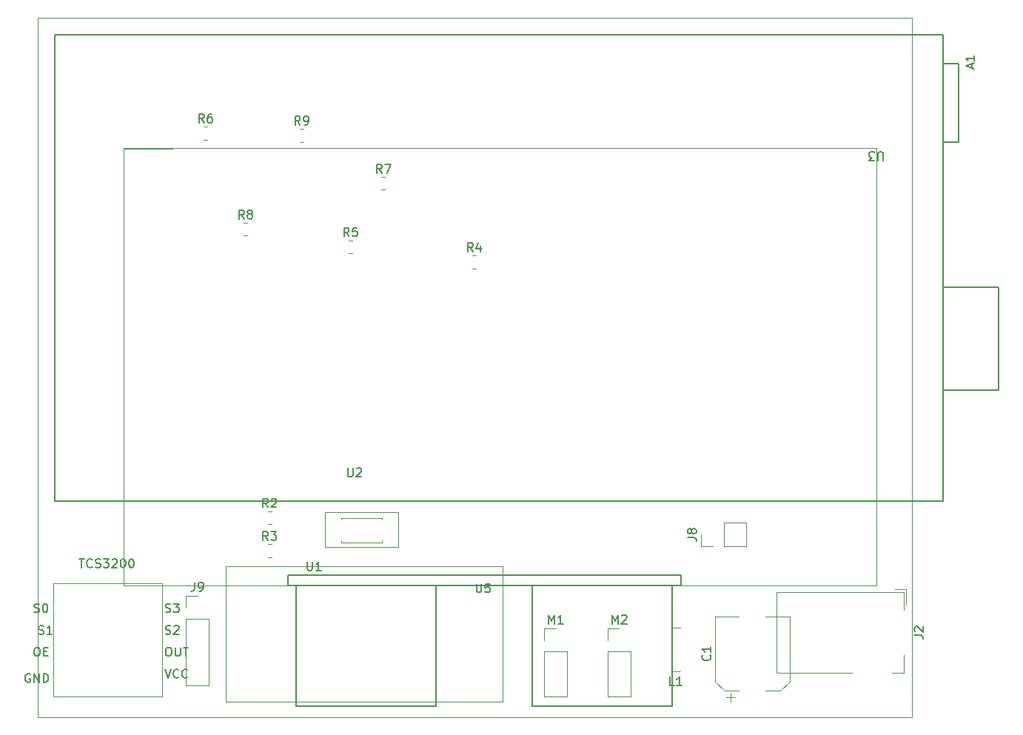
<source format=gbr>
%TF.GenerationSoftware,KiCad,Pcbnew,8.0.2*%
%TF.CreationDate,2024-05-11T13:38:57+03:00*%
%TF.ProjectId,diplomna-shema,6469706c-6f6d-46e6-912d-7368656d612e,rev?*%
%TF.SameCoordinates,Original*%
%TF.FileFunction,Legend,Top*%
%TF.FilePolarity,Positive*%
%FSLAX46Y46*%
G04 Gerber Fmt 4.6, Leading zero omitted, Abs format (unit mm)*
G04 Created by KiCad (PCBNEW 8.0.2) date 2024-05-11 13:38:57*
%MOMM*%
%LPD*%
G01*
G04 APERTURE LIST*
%ADD10C,0.150000*%
%ADD11C,0.120000*%
%ADD12C,0.127000*%
%TA.AperFunction,Profile*%
%ADD13C,0.100000*%
%TD*%
G04 APERTURE END LIST*
D10*
X122891904Y-38645180D02*
X122891904Y-37835657D01*
X122891904Y-37835657D02*
X122844285Y-37740419D01*
X122844285Y-37740419D02*
X122796666Y-37692800D01*
X122796666Y-37692800D02*
X122701428Y-37645180D01*
X122701428Y-37645180D02*
X122510952Y-37645180D01*
X122510952Y-37645180D02*
X122415714Y-37692800D01*
X122415714Y-37692800D02*
X122368095Y-37740419D01*
X122368095Y-37740419D02*
X122320476Y-37835657D01*
X122320476Y-37835657D02*
X122320476Y-38645180D01*
X121939523Y-38645180D02*
X121320476Y-38645180D01*
X121320476Y-38645180D02*
X121653809Y-38264228D01*
X121653809Y-38264228D02*
X121510952Y-38264228D01*
X121510952Y-38264228D02*
X121415714Y-38216609D01*
X121415714Y-38216609D02*
X121368095Y-38168990D01*
X121368095Y-38168990D02*
X121320476Y-38073752D01*
X121320476Y-38073752D02*
X121320476Y-37835657D01*
X121320476Y-37835657D02*
X121368095Y-37740419D01*
X121368095Y-37740419D02*
X121415714Y-37692800D01*
X121415714Y-37692800D02*
X121510952Y-37645180D01*
X121510952Y-37645180D02*
X121796666Y-37645180D01*
X121796666Y-37645180D02*
X121891904Y-37692800D01*
X121891904Y-37692800D02*
X121939523Y-37740419D01*
X61688095Y-73799819D02*
X61688095Y-74609342D01*
X61688095Y-74609342D02*
X61735714Y-74704580D01*
X61735714Y-74704580D02*
X61783333Y-74752200D01*
X61783333Y-74752200D02*
X61878571Y-74799819D01*
X61878571Y-74799819D02*
X62069047Y-74799819D01*
X62069047Y-74799819D02*
X62164285Y-74752200D01*
X62164285Y-74752200D02*
X62211904Y-74704580D01*
X62211904Y-74704580D02*
X62259523Y-74609342D01*
X62259523Y-74609342D02*
X62259523Y-73799819D01*
X62688095Y-73895057D02*
X62735714Y-73847438D01*
X62735714Y-73847438D02*
X62830952Y-73799819D01*
X62830952Y-73799819D02*
X63069047Y-73799819D01*
X63069047Y-73799819D02*
X63164285Y-73847438D01*
X63164285Y-73847438D02*
X63211904Y-73895057D01*
X63211904Y-73895057D02*
X63259523Y-73990295D01*
X63259523Y-73990295D02*
X63259523Y-74085533D01*
X63259523Y-74085533D02*
X63211904Y-74228390D01*
X63211904Y-74228390D02*
X62640476Y-74799819D01*
X62640476Y-74799819D02*
X63259523Y-74799819D01*
X57062649Y-84521249D02*
X57062649Y-85331194D01*
X57062649Y-85331194D02*
X57110292Y-85426482D01*
X57110292Y-85426482D02*
X57157936Y-85474126D01*
X57157936Y-85474126D02*
X57253224Y-85521769D01*
X57253224Y-85521769D02*
X57443799Y-85521769D01*
X57443799Y-85521769D02*
X57539087Y-85474126D01*
X57539087Y-85474126D02*
X57586730Y-85426482D01*
X57586730Y-85426482D02*
X57634374Y-85331194D01*
X57634374Y-85331194D02*
X57634374Y-84521249D01*
X58634894Y-85521769D02*
X58063169Y-85521769D01*
X58349032Y-85521769D02*
X58349032Y-84521249D01*
X58349032Y-84521249D02*
X58253744Y-84664181D01*
X58253744Y-84664181D02*
X58158456Y-84759468D01*
X58158456Y-84759468D02*
X58063169Y-84807112D01*
X44166666Y-86884819D02*
X44166666Y-87599104D01*
X44166666Y-87599104D02*
X44119047Y-87741961D01*
X44119047Y-87741961D02*
X44023809Y-87837200D01*
X44023809Y-87837200D02*
X43880952Y-87884819D01*
X43880952Y-87884819D02*
X43785714Y-87884819D01*
X44690476Y-87884819D02*
X44880952Y-87884819D01*
X44880952Y-87884819D02*
X44976190Y-87837200D01*
X44976190Y-87837200D02*
X45023809Y-87789580D01*
X45023809Y-87789580D02*
X45119047Y-87646723D01*
X45119047Y-87646723D02*
X45166666Y-87456247D01*
X45166666Y-87456247D02*
X45166666Y-87075295D01*
X45166666Y-87075295D02*
X45119047Y-86980057D01*
X45119047Y-86980057D02*
X45071428Y-86932438D01*
X45071428Y-86932438D02*
X44976190Y-86884819D01*
X44976190Y-86884819D02*
X44785714Y-86884819D01*
X44785714Y-86884819D02*
X44690476Y-86932438D01*
X44690476Y-86932438D02*
X44642857Y-86980057D01*
X44642857Y-86980057D02*
X44595238Y-87075295D01*
X44595238Y-87075295D02*
X44595238Y-87313390D01*
X44595238Y-87313390D02*
X44642857Y-87408628D01*
X44642857Y-87408628D02*
X44690476Y-87456247D01*
X44690476Y-87456247D02*
X44785714Y-87503866D01*
X44785714Y-87503866D02*
X44976190Y-87503866D01*
X44976190Y-87503866D02*
X45071428Y-87456247D01*
X45071428Y-87456247D02*
X45119047Y-87408628D01*
X45119047Y-87408628D02*
X45166666Y-87313390D01*
X30983333Y-84194819D02*
X31554761Y-84194819D01*
X31269047Y-85194819D02*
X31269047Y-84194819D01*
X32459523Y-85099580D02*
X32411904Y-85147200D01*
X32411904Y-85147200D02*
X32269047Y-85194819D01*
X32269047Y-85194819D02*
X32173809Y-85194819D01*
X32173809Y-85194819D02*
X32030952Y-85147200D01*
X32030952Y-85147200D02*
X31935714Y-85051961D01*
X31935714Y-85051961D02*
X31888095Y-84956723D01*
X31888095Y-84956723D02*
X31840476Y-84766247D01*
X31840476Y-84766247D02*
X31840476Y-84623390D01*
X31840476Y-84623390D02*
X31888095Y-84432914D01*
X31888095Y-84432914D02*
X31935714Y-84337676D01*
X31935714Y-84337676D02*
X32030952Y-84242438D01*
X32030952Y-84242438D02*
X32173809Y-84194819D01*
X32173809Y-84194819D02*
X32269047Y-84194819D01*
X32269047Y-84194819D02*
X32411904Y-84242438D01*
X32411904Y-84242438D02*
X32459523Y-84290057D01*
X32840476Y-85147200D02*
X32983333Y-85194819D01*
X32983333Y-85194819D02*
X33221428Y-85194819D01*
X33221428Y-85194819D02*
X33316666Y-85147200D01*
X33316666Y-85147200D02*
X33364285Y-85099580D01*
X33364285Y-85099580D02*
X33411904Y-85004342D01*
X33411904Y-85004342D02*
X33411904Y-84909104D01*
X33411904Y-84909104D02*
X33364285Y-84813866D01*
X33364285Y-84813866D02*
X33316666Y-84766247D01*
X33316666Y-84766247D02*
X33221428Y-84718628D01*
X33221428Y-84718628D02*
X33030952Y-84671009D01*
X33030952Y-84671009D02*
X32935714Y-84623390D01*
X32935714Y-84623390D02*
X32888095Y-84575771D01*
X32888095Y-84575771D02*
X32840476Y-84480533D01*
X32840476Y-84480533D02*
X32840476Y-84385295D01*
X32840476Y-84385295D02*
X32888095Y-84290057D01*
X32888095Y-84290057D02*
X32935714Y-84242438D01*
X32935714Y-84242438D02*
X33030952Y-84194819D01*
X33030952Y-84194819D02*
X33269047Y-84194819D01*
X33269047Y-84194819D02*
X33411904Y-84242438D01*
X33745238Y-84194819D02*
X34364285Y-84194819D01*
X34364285Y-84194819D02*
X34030952Y-84575771D01*
X34030952Y-84575771D02*
X34173809Y-84575771D01*
X34173809Y-84575771D02*
X34269047Y-84623390D01*
X34269047Y-84623390D02*
X34316666Y-84671009D01*
X34316666Y-84671009D02*
X34364285Y-84766247D01*
X34364285Y-84766247D02*
X34364285Y-85004342D01*
X34364285Y-85004342D02*
X34316666Y-85099580D01*
X34316666Y-85099580D02*
X34269047Y-85147200D01*
X34269047Y-85147200D02*
X34173809Y-85194819D01*
X34173809Y-85194819D02*
X33888095Y-85194819D01*
X33888095Y-85194819D02*
X33792857Y-85147200D01*
X33792857Y-85147200D02*
X33745238Y-85099580D01*
X34745238Y-84290057D02*
X34792857Y-84242438D01*
X34792857Y-84242438D02*
X34888095Y-84194819D01*
X34888095Y-84194819D02*
X35126190Y-84194819D01*
X35126190Y-84194819D02*
X35221428Y-84242438D01*
X35221428Y-84242438D02*
X35269047Y-84290057D01*
X35269047Y-84290057D02*
X35316666Y-84385295D01*
X35316666Y-84385295D02*
X35316666Y-84480533D01*
X35316666Y-84480533D02*
X35269047Y-84623390D01*
X35269047Y-84623390D02*
X34697619Y-85194819D01*
X34697619Y-85194819D02*
X35316666Y-85194819D01*
X35935714Y-84194819D02*
X36030952Y-84194819D01*
X36030952Y-84194819D02*
X36126190Y-84242438D01*
X36126190Y-84242438D02*
X36173809Y-84290057D01*
X36173809Y-84290057D02*
X36221428Y-84385295D01*
X36221428Y-84385295D02*
X36269047Y-84575771D01*
X36269047Y-84575771D02*
X36269047Y-84813866D01*
X36269047Y-84813866D02*
X36221428Y-85004342D01*
X36221428Y-85004342D02*
X36173809Y-85099580D01*
X36173809Y-85099580D02*
X36126190Y-85147200D01*
X36126190Y-85147200D02*
X36030952Y-85194819D01*
X36030952Y-85194819D02*
X35935714Y-85194819D01*
X35935714Y-85194819D02*
X35840476Y-85147200D01*
X35840476Y-85147200D02*
X35792857Y-85099580D01*
X35792857Y-85099580D02*
X35745238Y-85004342D01*
X35745238Y-85004342D02*
X35697619Y-84813866D01*
X35697619Y-84813866D02*
X35697619Y-84575771D01*
X35697619Y-84575771D02*
X35745238Y-84385295D01*
X35745238Y-84385295D02*
X35792857Y-84290057D01*
X35792857Y-84290057D02*
X35840476Y-84242438D01*
X35840476Y-84242438D02*
X35935714Y-84194819D01*
X36888095Y-84194819D02*
X36983333Y-84194819D01*
X36983333Y-84194819D02*
X37078571Y-84242438D01*
X37078571Y-84242438D02*
X37126190Y-84290057D01*
X37126190Y-84290057D02*
X37173809Y-84385295D01*
X37173809Y-84385295D02*
X37221428Y-84575771D01*
X37221428Y-84575771D02*
X37221428Y-84813866D01*
X37221428Y-84813866D02*
X37173809Y-85004342D01*
X37173809Y-85004342D02*
X37126190Y-85099580D01*
X37126190Y-85099580D02*
X37078571Y-85147200D01*
X37078571Y-85147200D02*
X36983333Y-85194819D01*
X36983333Y-85194819D02*
X36888095Y-85194819D01*
X36888095Y-85194819D02*
X36792857Y-85147200D01*
X36792857Y-85147200D02*
X36745238Y-85099580D01*
X36745238Y-85099580D02*
X36697619Y-85004342D01*
X36697619Y-85004342D02*
X36650000Y-84813866D01*
X36650000Y-84813866D02*
X36650000Y-84575771D01*
X36650000Y-84575771D02*
X36697619Y-84385295D01*
X36697619Y-84385295D02*
X36745238Y-84290057D01*
X36745238Y-84290057D02*
X36792857Y-84242438D01*
X36792857Y-84242438D02*
X36888095Y-84194819D01*
X40776667Y-96814819D02*
X41110000Y-97814819D01*
X41110000Y-97814819D02*
X41443333Y-96814819D01*
X42348095Y-97719580D02*
X42300476Y-97767200D01*
X42300476Y-97767200D02*
X42157619Y-97814819D01*
X42157619Y-97814819D02*
X42062381Y-97814819D01*
X42062381Y-97814819D02*
X41919524Y-97767200D01*
X41919524Y-97767200D02*
X41824286Y-97671961D01*
X41824286Y-97671961D02*
X41776667Y-97576723D01*
X41776667Y-97576723D02*
X41729048Y-97386247D01*
X41729048Y-97386247D02*
X41729048Y-97243390D01*
X41729048Y-97243390D02*
X41776667Y-97052914D01*
X41776667Y-97052914D02*
X41824286Y-96957676D01*
X41824286Y-96957676D02*
X41919524Y-96862438D01*
X41919524Y-96862438D02*
X42062381Y-96814819D01*
X42062381Y-96814819D02*
X42157619Y-96814819D01*
X42157619Y-96814819D02*
X42300476Y-96862438D01*
X42300476Y-96862438D02*
X42348095Y-96910057D01*
X43348095Y-97719580D02*
X43300476Y-97767200D01*
X43300476Y-97767200D02*
X43157619Y-97814819D01*
X43157619Y-97814819D02*
X43062381Y-97814819D01*
X43062381Y-97814819D02*
X42919524Y-97767200D01*
X42919524Y-97767200D02*
X42824286Y-97671961D01*
X42824286Y-97671961D02*
X42776667Y-97576723D01*
X42776667Y-97576723D02*
X42729048Y-97386247D01*
X42729048Y-97386247D02*
X42729048Y-97243390D01*
X42729048Y-97243390D02*
X42776667Y-97052914D01*
X42776667Y-97052914D02*
X42824286Y-96957676D01*
X42824286Y-96957676D02*
X42919524Y-96862438D01*
X42919524Y-96862438D02*
X43062381Y-96814819D01*
X43062381Y-96814819D02*
X43157619Y-96814819D01*
X43157619Y-96814819D02*
X43300476Y-96862438D01*
X43300476Y-96862438D02*
X43348095Y-96910057D01*
X25348095Y-97362438D02*
X25252857Y-97314819D01*
X25252857Y-97314819D02*
X25110000Y-97314819D01*
X25110000Y-97314819D02*
X24967143Y-97362438D01*
X24967143Y-97362438D02*
X24871905Y-97457676D01*
X24871905Y-97457676D02*
X24824286Y-97552914D01*
X24824286Y-97552914D02*
X24776667Y-97743390D01*
X24776667Y-97743390D02*
X24776667Y-97886247D01*
X24776667Y-97886247D02*
X24824286Y-98076723D01*
X24824286Y-98076723D02*
X24871905Y-98171961D01*
X24871905Y-98171961D02*
X24967143Y-98267200D01*
X24967143Y-98267200D02*
X25110000Y-98314819D01*
X25110000Y-98314819D02*
X25205238Y-98314819D01*
X25205238Y-98314819D02*
X25348095Y-98267200D01*
X25348095Y-98267200D02*
X25395714Y-98219580D01*
X25395714Y-98219580D02*
X25395714Y-97886247D01*
X25395714Y-97886247D02*
X25205238Y-97886247D01*
X25824286Y-98314819D02*
X25824286Y-97314819D01*
X25824286Y-97314819D02*
X26395714Y-98314819D01*
X26395714Y-98314819D02*
X26395714Y-97314819D01*
X26871905Y-98314819D02*
X26871905Y-97314819D01*
X26871905Y-97314819D02*
X27110000Y-97314819D01*
X27110000Y-97314819D02*
X27252857Y-97362438D01*
X27252857Y-97362438D02*
X27348095Y-97457676D01*
X27348095Y-97457676D02*
X27395714Y-97552914D01*
X27395714Y-97552914D02*
X27443333Y-97743390D01*
X27443333Y-97743390D02*
X27443333Y-97886247D01*
X27443333Y-97886247D02*
X27395714Y-98076723D01*
X27395714Y-98076723D02*
X27348095Y-98171961D01*
X27348095Y-98171961D02*
X27252857Y-98267200D01*
X27252857Y-98267200D02*
X27110000Y-98314819D01*
X27110000Y-98314819D02*
X26871905Y-98314819D01*
X41110000Y-94314819D02*
X41300476Y-94314819D01*
X41300476Y-94314819D02*
X41395714Y-94362438D01*
X41395714Y-94362438D02*
X41490952Y-94457676D01*
X41490952Y-94457676D02*
X41538571Y-94648152D01*
X41538571Y-94648152D02*
X41538571Y-94981485D01*
X41538571Y-94981485D02*
X41490952Y-95171961D01*
X41490952Y-95171961D02*
X41395714Y-95267200D01*
X41395714Y-95267200D02*
X41300476Y-95314819D01*
X41300476Y-95314819D02*
X41110000Y-95314819D01*
X41110000Y-95314819D02*
X41014762Y-95267200D01*
X41014762Y-95267200D02*
X40919524Y-95171961D01*
X40919524Y-95171961D02*
X40871905Y-94981485D01*
X40871905Y-94981485D02*
X40871905Y-94648152D01*
X40871905Y-94648152D02*
X40919524Y-94457676D01*
X40919524Y-94457676D02*
X41014762Y-94362438D01*
X41014762Y-94362438D02*
X41110000Y-94314819D01*
X41967143Y-94314819D02*
X41967143Y-95124342D01*
X41967143Y-95124342D02*
X42014762Y-95219580D01*
X42014762Y-95219580D02*
X42062381Y-95267200D01*
X42062381Y-95267200D02*
X42157619Y-95314819D01*
X42157619Y-95314819D02*
X42348095Y-95314819D01*
X42348095Y-95314819D02*
X42443333Y-95267200D01*
X42443333Y-95267200D02*
X42490952Y-95219580D01*
X42490952Y-95219580D02*
X42538571Y-95124342D01*
X42538571Y-95124342D02*
X42538571Y-94314819D01*
X42871905Y-94314819D02*
X43443333Y-94314819D01*
X43157619Y-95314819D02*
X43157619Y-94314819D01*
X40848095Y-92767200D02*
X40990952Y-92814819D01*
X40990952Y-92814819D02*
X41229047Y-92814819D01*
X41229047Y-92814819D02*
X41324285Y-92767200D01*
X41324285Y-92767200D02*
X41371904Y-92719580D01*
X41371904Y-92719580D02*
X41419523Y-92624342D01*
X41419523Y-92624342D02*
X41419523Y-92529104D01*
X41419523Y-92529104D02*
X41371904Y-92433866D01*
X41371904Y-92433866D02*
X41324285Y-92386247D01*
X41324285Y-92386247D02*
X41229047Y-92338628D01*
X41229047Y-92338628D02*
X41038571Y-92291009D01*
X41038571Y-92291009D02*
X40943333Y-92243390D01*
X40943333Y-92243390D02*
X40895714Y-92195771D01*
X40895714Y-92195771D02*
X40848095Y-92100533D01*
X40848095Y-92100533D02*
X40848095Y-92005295D01*
X40848095Y-92005295D02*
X40895714Y-91910057D01*
X40895714Y-91910057D02*
X40943333Y-91862438D01*
X40943333Y-91862438D02*
X41038571Y-91814819D01*
X41038571Y-91814819D02*
X41276666Y-91814819D01*
X41276666Y-91814819D02*
X41419523Y-91862438D01*
X41800476Y-91910057D02*
X41848095Y-91862438D01*
X41848095Y-91862438D02*
X41943333Y-91814819D01*
X41943333Y-91814819D02*
X42181428Y-91814819D01*
X42181428Y-91814819D02*
X42276666Y-91862438D01*
X42276666Y-91862438D02*
X42324285Y-91910057D01*
X42324285Y-91910057D02*
X42371904Y-92005295D01*
X42371904Y-92005295D02*
X42371904Y-92100533D01*
X42371904Y-92100533D02*
X42324285Y-92243390D01*
X42324285Y-92243390D02*
X41752857Y-92814819D01*
X41752857Y-92814819D02*
X42371904Y-92814819D01*
X26062381Y-94314819D02*
X26252857Y-94314819D01*
X26252857Y-94314819D02*
X26348095Y-94362438D01*
X26348095Y-94362438D02*
X26443333Y-94457676D01*
X26443333Y-94457676D02*
X26490952Y-94648152D01*
X26490952Y-94648152D02*
X26490952Y-94981485D01*
X26490952Y-94981485D02*
X26443333Y-95171961D01*
X26443333Y-95171961D02*
X26348095Y-95267200D01*
X26348095Y-95267200D02*
X26252857Y-95314819D01*
X26252857Y-95314819D02*
X26062381Y-95314819D01*
X26062381Y-95314819D02*
X25967143Y-95267200D01*
X25967143Y-95267200D02*
X25871905Y-95171961D01*
X25871905Y-95171961D02*
X25824286Y-94981485D01*
X25824286Y-94981485D02*
X25824286Y-94648152D01*
X25824286Y-94648152D02*
X25871905Y-94457676D01*
X25871905Y-94457676D02*
X25967143Y-94362438D01*
X25967143Y-94362438D02*
X26062381Y-94314819D01*
X26919524Y-94791009D02*
X27252857Y-94791009D01*
X27395714Y-95314819D02*
X26919524Y-95314819D01*
X26919524Y-95314819D02*
X26919524Y-94314819D01*
X26919524Y-94314819D02*
X27395714Y-94314819D01*
X40848095Y-90267200D02*
X40990952Y-90314819D01*
X40990952Y-90314819D02*
X41229047Y-90314819D01*
X41229047Y-90314819D02*
X41324285Y-90267200D01*
X41324285Y-90267200D02*
X41371904Y-90219580D01*
X41371904Y-90219580D02*
X41419523Y-90124342D01*
X41419523Y-90124342D02*
X41419523Y-90029104D01*
X41419523Y-90029104D02*
X41371904Y-89933866D01*
X41371904Y-89933866D02*
X41324285Y-89886247D01*
X41324285Y-89886247D02*
X41229047Y-89838628D01*
X41229047Y-89838628D02*
X41038571Y-89791009D01*
X41038571Y-89791009D02*
X40943333Y-89743390D01*
X40943333Y-89743390D02*
X40895714Y-89695771D01*
X40895714Y-89695771D02*
X40848095Y-89600533D01*
X40848095Y-89600533D02*
X40848095Y-89505295D01*
X40848095Y-89505295D02*
X40895714Y-89410057D01*
X40895714Y-89410057D02*
X40943333Y-89362438D01*
X40943333Y-89362438D02*
X41038571Y-89314819D01*
X41038571Y-89314819D02*
X41276666Y-89314819D01*
X41276666Y-89314819D02*
X41419523Y-89362438D01*
X41752857Y-89314819D02*
X42371904Y-89314819D01*
X42371904Y-89314819D02*
X42038571Y-89695771D01*
X42038571Y-89695771D02*
X42181428Y-89695771D01*
X42181428Y-89695771D02*
X42276666Y-89743390D01*
X42276666Y-89743390D02*
X42324285Y-89791009D01*
X42324285Y-89791009D02*
X42371904Y-89886247D01*
X42371904Y-89886247D02*
X42371904Y-90124342D01*
X42371904Y-90124342D02*
X42324285Y-90219580D01*
X42324285Y-90219580D02*
X42276666Y-90267200D01*
X42276666Y-90267200D02*
X42181428Y-90314819D01*
X42181428Y-90314819D02*
X41895714Y-90314819D01*
X41895714Y-90314819D02*
X41800476Y-90267200D01*
X41800476Y-90267200D02*
X41752857Y-90219580D01*
X26348095Y-92767200D02*
X26490952Y-92814819D01*
X26490952Y-92814819D02*
X26729047Y-92814819D01*
X26729047Y-92814819D02*
X26824285Y-92767200D01*
X26824285Y-92767200D02*
X26871904Y-92719580D01*
X26871904Y-92719580D02*
X26919523Y-92624342D01*
X26919523Y-92624342D02*
X26919523Y-92529104D01*
X26919523Y-92529104D02*
X26871904Y-92433866D01*
X26871904Y-92433866D02*
X26824285Y-92386247D01*
X26824285Y-92386247D02*
X26729047Y-92338628D01*
X26729047Y-92338628D02*
X26538571Y-92291009D01*
X26538571Y-92291009D02*
X26443333Y-92243390D01*
X26443333Y-92243390D02*
X26395714Y-92195771D01*
X26395714Y-92195771D02*
X26348095Y-92100533D01*
X26348095Y-92100533D02*
X26348095Y-92005295D01*
X26348095Y-92005295D02*
X26395714Y-91910057D01*
X26395714Y-91910057D02*
X26443333Y-91862438D01*
X26443333Y-91862438D02*
X26538571Y-91814819D01*
X26538571Y-91814819D02*
X26776666Y-91814819D01*
X26776666Y-91814819D02*
X26919523Y-91862438D01*
X27871904Y-92814819D02*
X27300476Y-92814819D01*
X27586190Y-92814819D02*
X27586190Y-91814819D01*
X27586190Y-91814819D02*
X27490952Y-91957676D01*
X27490952Y-91957676D02*
X27395714Y-92052914D01*
X27395714Y-92052914D02*
X27300476Y-92100533D01*
X25848095Y-90267200D02*
X25990952Y-90314819D01*
X25990952Y-90314819D02*
X26229047Y-90314819D01*
X26229047Y-90314819D02*
X26324285Y-90267200D01*
X26324285Y-90267200D02*
X26371904Y-90219580D01*
X26371904Y-90219580D02*
X26419523Y-90124342D01*
X26419523Y-90124342D02*
X26419523Y-90029104D01*
X26419523Y-90029104D02*
X26371904Y-89933866D01*
X26371904Y-89933866D02*
X26324285Y-89886247D01*
X26324285Y-89886247D02*
X26229047Y-89838628D01*
X26229047Y-89838628D02*
X26038571Y-89791009D01*
X26038571Y-89791009D02*
X25943333Y-89743390D01*
X25943333Y-89743390D02*
X25895714Y-89695771D01*
X25895714Y-89695771D02*
X25848095Y-89600533D01*
X25848095Y-89600533D02*
X25848095Y-89505295D01*
X25848095Y-89505295D02*
X25895714Y-89410057D01*
X25895714Y-89410057D02*
X25943333Y-89362438D01*
X25943333Y-89362438D02*
X26038571Y-89314819D01*
X26038571Y-89314819D02*
X26276666Y-89314819D01*
X26276666Y-89314819D02*
X26419523Y-89362438D01*
X27038571Y-89314819D02*
X27133809Y-89314819D01*
X27133809Y-89314819D02*
X27229047Y-89362438D01*
X27229047Y-89362438D02*
X27276666Y-89410057D01*
X27276666Y-89410057D02*
X27324285Y-89505295D01*
X27324285Y-89505295D02*
X27371904Y-89695771D01*
X27371904Y-89695771D02*
X27371904Y-89933866D01*
X27371904Y-89933866D02*
X27324285Y-90124342D01*
X27324285Y-90124342D02*
X27276666Y-90219580D01*
X27276666Y-90219580D02*
X27229047Y-90267200D01*
X27229047Y-90267200D02*
X27133809Y-90314819D01*
X27133809Y-90314819D02*
X27038571Y-90314819D01*
X27038571Y-90314819D02*
X26943333Y-90267200D01*
X26943333Y-90267200D02*
X26895714Y-90219580D01*
X26895714Y-90219580D02*
X26848095Y-90124342D01*
X26848095Y-90124342D02*
X26800476Y-89933866D01*
X26800476Y-89933866D02*
X26800476Y-89695771D01*
X26800476Y-89695771D02*
X26848095Y-89505295D01*
X26848095Y-89505295D02*
X26895714Y-89410057D01*
X26895714Y-89410057D02*
X26943333Y-89362438D01*
X26943333Y-89362438D02*
X27038571Y-89314819D01*
X100549819Y-81743333D02*
X101264104Y-81743333D01*
X101264104Y-81743333D02*
X101406961Y-81790952D01*
X101406961Y-81790952D02*
X101502200Y-81886190D01*
X101502200Y-81886190D02*
X101549819Y-82029047D01*
X101549819Y-82029047D02*
X101549819Y-82124285D01*
X100978390Y-81124285D02*
X100930771Y-81219523D01*
X100930771Y-81219523D02*
X100883152Y-81267142D01*
X100883152Y-81267142D02*
X100787914Y-81314761D01*
X100787914Y-81314761D02*
X100740295Y-81314761D01*
X100740295Y-81314761D02*
X100645057Y-81267142D01*
X100645057Y-81267142D02*
X100597438Y-81219523D01*
X100597438Y-81219523D02*
X100549819Y-81124285D01*
X100549819Y-81124285D02*
X100549819Y-80933809D01*
X100549819Y-80933809D02*
X100597438Y-80838571D01*
X100597438Y-80838571D02*
X100645057Y-80790952D01*
X100645057Y-80790952D02*
X100740295Y-80743333D01*
X100740295Y-80743333D02*
X100787914Y-80743333D01*
X100787914Y-80743333D02*
X100883152Y-80790952D01*
X100883152Y-80790952D02*
X100930771Y-80838571D01*
X100930771Y-80838571D02*
X100978390Y-80933809D01*
X100978390Y-80933809D02*
X100978390Y-81124285D01*
X100978390Y-81124285D02*
X101026009Y-81219523D01*
X101026009Y-81219523D02*
X101073628Y-81267142D01*
X101073628Y-81267142D02*
X101168866Y-81314761D01*
X101168866Y-81314761D02*
X101359342Y-81314761D01*
X101359342Y-81314761D02*
X101454580Y-81267142D01*
X101454580Y-81267142D02*
X101502200Y-81219523D01*
X101502200Y-81219523D02*
X101549819Y-81124285D01*
X101549819Y-81124285D02*
X101549819Y-80933809D01*
X101549819Y-80933809D02*
X101502200Y-80838571D01*
X101502200Y-80838571D02*
X101454580Y-80790952D01*
X101454580Y-80790952D02*
X101359342Y-80743333D01*
X101359342Y-80743333D02*
X101168866Y-80743333D01*
X101168866Y-80743333D02*
X101073628Y-80790952D01*
X101073628Y-80790952D02*
X101026009Y-80838571D01*
X101026009Y-80838571D02*
X100978390Y-80933809D01*
X126504819Y-92933333D02*
X127219104Y-92933333D01*
X127219104Y-92933333D02*
X127361961Y-92980952D01*
X127361961Y-92980952D02*
X127457200Y-93076190D01*
X127457200Y-93076190D02*
X127504819Y-93219047D01*
X127504819Y-93219047D02*
X127504819Y-93314285D01*
X126600057Y-92504761D02*
X126552438Y-92457142D01*
X126552438Y-92457142D02*
X126504819Y-92361904D01*
X126504819Y-92361904D02*
X126504819Y-92123809D01*
X126504819Y-92123809D02*
X126552438Y-92028571D01*
X126552438Y-92028571D02*
X126600057Y-91980952D01*
X126600057Y-91980952D02*
X126695295Y-91933333D01*
X126695295Y-91933333D02*
X126790533Y-91933333D01*
X126790533Y-91933333D02*
X126933390Y-91980952D01*
X126933390Y-91980952D02*
X127504819Y-92552380D01*
X127504819Y-92552380D02*
X127504819Y-91933333D01*
X91920476Y-91619819D02*
X91920476Y-90619819D01*
X91920476Y-90619819D02*
X92253809Y-91334104D01*
X92253809Y-91334104D02*
X92587142Y-90619819D01*
X92587142Y-90619819D02*
X92587142Y-91619819D01*
X93015714Y-90715057D02*
X93063333Y-90667438D01*
X93063333Y-90667438D02*
X93158571Y-90619819D01*
X93158571Y-90619819D02*
X93396666Y-90619819D01*
X93396666Y-90619819D02*
X93491904Y-90667438D01*
X93491904Y-90667438D02*
X93539523Y-90715057D01*
X93539523Y-90715057D02*
X93587142Y-90810295D01*
X93587142Y-90810295D02*
X93587142Y-90905533D01*
X93587142Y-90905533D02*
X93539523Y-91048390D01*
X93539523Y-91048390D02*
X92968095Y-91619819D01*
X92968095Y-91619819D02*
X93587142Y-91619819D01*
X84650476Y-91619819D02*
X84650476Y-90619819D01*
X84650476Y-90619819D02*
X84983809Y-91334104D01*
X84983809Y-91334104D02*
X85317142Y-90619819D01*
X85317142Y-90619819D02*
X85317142Y-91619819D01*
X86317142Y-91619819D02*
X85745714Y-91619819D01*
X86031428Y-91619819D02*
X86031428Y-90619819D01*
X86031428Y-90619819D02*
X85936190Y-90762676D01*
X85936190Y-90762676D02*
X85840952Y-90857914D01*
X85840952Y-90857914D02*
X85745714Y-90905533D01*
X76403095Y-87029819D02*
X76403095Y-87839342D01*
X76403095Y-87839342D02*
X76450714Y-87934580D01*
X76450714Y-87934580D02*
X76498333Y-87982200D01*
X76498333Y-87982200D02*
X76593571Y-88029819D01*
X76593571Y-88029819D02*
X76784047Y-88029819D01*
X76784047Y-88029819D02*
X76879285Y-87982200D01*
X76879285Y-87982200D02*
X76926904Y-87934580D01*
X76926904Y-87934580D02*
X76974523Y-87839342D01*
X76974523Y-87839342D02*
X76974523Y-87029819D01*
X77926904Y-87029819D02*
X77450714Y-87029819D01*
X77450714Y-87029819D02*
X77403095Y-87506009D01*
X77403095Y-87506009D02*
X77450714Y-87458390D01*
X77450714Y-87458390D02*
X77545952Y-87410771D01*
X77545952Y-87410771D02*
X77784047Y-87410771D01*
X77784047Y-87410771D02*
X77879285Y-87458390D01*
X77879285Y-87458390D02*
X77926904Y-87506009D01*
X77926904Y-87506009D02*
X77974523Y-87601247D01*
X77974523Y-87601247D02*
X77974523Y-87839342D01*
X77974523Y-87839342D02*
X77926904Y-87934580D01*
X77926904Y-87934580D02*
X77879285Y-87982200D01*
X77879285Y-87982200D02*
X77784047Y-88029819D01*
X77784047Y-88029819D02*
X77545952Y-88029819D01*
X77545952Y-88029819D02*
X77450714Y-87982200D01*
X77450714Y-87982200D02*
X77403095Y-87934580D01*
X133084104Y-28069285D02*
X133084104Y-27593095D01*
X133369819Y-28164523D02*
X132369819Y-27831190D01*
X132369819Y-27831190D02*
X133369819Y-27497857D01*
X133369819Y-26640714D02*
X133369819Y-27212142D01*
X133369819Y-26926428D02*
X132369819Y-26926428D01*
X132369819Y-26926428D02*
X132512676Y-27021666D01*
X132512676Y-27021666D02*
X132607914Y-27116904D01*
X132607914Y-27116904D02*
X132655533Y-27212142D01*
X56245833Y-34554819D02*
X55912500Y-34078628D01*
X55674405Y-34554819D02*
X55674405Y-33554819D01*
X55674405Y-33554819D02*
X56055357Y-33554819D01*
X56055357Y-33554819D02*
X56150595Y-33602438D01*
X56150595Y-33602438D02*
X56198214Y-33650057D01*
X56198214Y-33650057D02*
X56245833Y-33745295D01*
X56245833Y-33745295D02*
X56245833Y-33888152D01*
X56245833Y-33888152D02*
X56198214Y-33983390D01*
X56198214Y-33983390D02*
X56150595Y-34031009D01*
X56150595Y-34031009D02*
X56055357Y-34078628D01*
X56055357Y-34078628D02*
X55674405Y-34078628D01*
X56722024Y-34554819D02*
X56912500Y-34554819D01*
X56912500Y-34554819D02*
X57007738Y-34507200D01*
X57007738Y-34507200D02*
X57055357Y-34459580D01*
X57055357Y-34459580D02*
X57150595Y-34316723D01*
X57150595Y-34316723D02*
X57198214Y-34126247D01*
X57198214Y-34126247D02*
X57198214Y-33745295D01*
X57198214Y-33745295D02*
X57150595Y-33650057D01*
X57150595Y-33650057D02*
X57102976Y-33602438D01*
X57102976Y-33602438D02*
X57007738Y-33554819D01*
X57007738Y-33554819D02*
X56817262Y-33554819D01*
X56817262Y-33554819D02*
X56722024Y-33602438D01*
X56722024Y-33602438D02*
X56674405Y-33650057D01*
X56674405Y-33650057D02*
X56626786Y-33745295D01*
X56626786Y-33745295D02*
X56626786Y-33983390D01*
X56626786Y-33983390D02*
X56674405Y-34078628D01*
X56674405Y-34078628D02*
X56722024Y-34126247D01*
X56722024Y-34126247D02*
X56817262Y-34173866D01*
X56817262Y-34173866D02*
X57007738Y-34173866D01*
X57007738Y-34173866D02*
X57102976Y-34126247D01*
X57102976Y-34126247D02*
X57150595Y-34078628D01*
X57150595Y-34078628D02*
X57198214Y-33983390D01*
X49833333Y-45304819D02*
X49500000Y-44828628D01*
X49261905Y-45304819D02*
X49261905Y-44304819D01*
X49261905Y-44304819D02*
X49642857Y-44304819D01*
X49642857Y-44304819D02*
X49738095Y-44352438D01*
X49738095Y-44352438D02*
X49785714Y-44400057D01*
X49785714Y-44400057D02*
X49833333Y-44495295D01*
X49833333Y-44495295D02*
X49833333Y-44638152D01*
X49833333Y-44638152D02*
X49785714Y-44733390D01*
X49785714Y-44733390D02*
X49738095Y-44781009D01*
X49738095Y-44781009D02*
X49642857Y-44828628D01*
X49642857Y-44828628D02*
X49261905Y-44828628D01*
X50404762Y-44733390D02*
X50309524Y-44685771D01*
X50309524Y-44685771D02*
X50261905Y-44638152D01*
X50261905Y-44638152D02*
X50214286Y-44542914D01*
X50214286Y-44542914D02*
X50214286Y-44495295D01*
X50214286Y-44495295D02*
X50261905Y-44400057D01*
X50261905Y-44400057D02*
X50309524Y-44352438D01*
X50309524Y-44352438D02*
X50404762Y-44304819D01*
X50404762Y-44304819D02*
X50595238Y-44304819D01*
X50595238Y-44304819D02*
X50690476Y-44352438D01*
X50690476Y-44352438D02*
X50738095Y-44400057D01*
X50738095Y-44400057D02*
X50785714Y-44495295D01*
X50785714Y-44495295D02*
X50785714Y-44542914D01*
X50785714Y-44542914D02*
X50738095Y-44638152D01*
X50738095Y-44638152D02*
X50690476Y-44685771D01*
X50690476Y-44685771D02*
X50595238Y-44733390D01*
X50595238Y-44733390D02*
X50404762Y-44733390D01*
X50404762Y-44733390D02*
X50309524Y-44781009D01*
X50309524Y-44781009D02*
X50261905Y-44828628D01*
X50261905Y-44828628D02*
X50214286Y-44923866D01*
X50214286Y-44923866D02*
X50214286Y-45114342D01*
X50214286Y-45114342D02*
X50261905Y-45209580D01*
X50261905Y-45209580D02*
X50309524Y-45257200D01*
X50309524Y-45257200D02*
X50404762Y-45304819D01*
X50404762Y-45304819D02*
X50595238Y-45304819D01*
X50595238Y-45304819D02*
X50690476Y-45257200D01*
X50690476Y-45257200D02*
X50738095Y-45209580D01*
X50738095Y-45209580D02*
X50785714Y-45114342D01*
X50785714Y-45114342D02*
X50785714Y-44923866D01*
X50785714Y-44923866D02*
X50738095Y-44828628D01*
X50738095Y-44828628D02*
X50690476Y-44781009D01*
X50690476Y-44781009D02*
X50595238Y-44733390D01*
X65583333Y-40054819D02*
X65250000Y-39578628D01*
X65011905Y-40054819D02*
X65011905Y-39054819D01*
X65011905Y-39054819D02*
X65392857Y-39054819D01*
X65392857Y-39054819D02*
X65488095Y-39102438D01*
X65488095Y-39102438D02*
X65535714Y-39150057D01*
X65535714Y-39150057D02*
X65583333Y-39245295D01*
X65583333Y-39245295D02*
X65583333Y-39388152D01*
X65583333Y-39388152D02*
X65535714Y-39483390D01*
X65535714Y-39483390D02*
X65488095Y-39531009D01*
X65488095Y-39531009D02*
X65392857Y-39578628D01*
X65392857Y-39578628D02*
X65011905Y-39578628D01*
X65916667Y-39054819D02*
X66583333Y-39054819D01*
X66583333Y-39054819D02*
X66154762Y-40054819D01*
X45245833Y-34304819D02*
X44912500Y-33828628D01*
X44674405Y-34304819D02*
X44674405Y-33304819D01*
X44674405Y-33304819D02*
X45055357Y-33304819D01*
X45055357Y-33304819D02*
X45150595Y-33352438D01*
X45150595Y-33352438D02*
X45198214Y-33400057D01*
X45198214Y-33400057D02*
X45245833Y-33495295D01*
X45245833Y-33495295D02*
X45245833Y-33638152D01*
X45245833Y-33638152D02*
X45198214Y-33733390D01*
X45198214Y-33733390D02*
X45150595Y-33781009D01*
X45150595Y-33781009D02*
X45055357Y-33828628D01*
X45055357Y-33828628D02*
X44674405Y-33828628D01*
X46102976Y-33304819D02*
X45912500Y-33304819D01*
X45912500Y-33304819D02*
X45817262Y-33352438D01*
X45817262Y-33352438D02*
X45769643Y-33400057D01*
X45769643Y-33400057D02*
X45674405Y-33542914D01*
X45674405Y-33542914D02*
X45626786Y-33733390D01*
X45626786Y-33733390D02*
X45626786Y-34114342D01*
X45626786Y-34114342D02*
X45674405Y-34209580D01*
X45674405Y-34209580D02*
X45722024Y-34257200D01*
X45722024Y-34257200D02*
X45817262Y-34304819D01*
X45817262Y-34304819D02*
X46007738Y-34304819D01*
X46007738Y-34304819D02*
X46102976Y-34257200D01*
X46102976Y-34257200D02*
X46150595Y-34209580D01*
X46150595Y-34209580D02*
X46198214Y-34114342D01*
X46198214Y-34114342D02*
X46198214Y-33876247D01*
X46198214Y-33876247D02*
X46150595Y-33781009D01*
X46150595Y-33781009D02*
X46102976Y-33733390D01*
X46102976Y-33733390D02*
X46007738Y-33685771D01*
X46007738Y-33685771D02*
X45817262Y-33685771D01*
X45817262Y-33685771D02*
X45722024Y-33733390D01*
X45722024Y-33733390D02*
X45674405Y-33781009D01*
X45674405Y-33781009D02*
X45626786Y-33876247D01*
X61833333Y-47304819D02*
X61500000Y-46828628D01*
X61261905Y-47304819D02*
X61261905Y-46304819D01*
X61261905Y-46304819D02*
X61642857Y-46304819D01*
X61642857Y-46304819D02*
X61738095Y-46352438D01*
X61738095Y-46352438D02*
X61785714Y-46400057D01*
X61785714Y-46400057D02*
X61833333Y-46495295D01*
X61833333Y-46495295D02*
X61833333Y-46638152D01*
X61833333Y-46638152D02*
X61785714Y-46733390D01*
X61785714Y-46733390D02*
X61738095Y-46781009D01*
X61738095Y-46781009D02*
X61642857Y-46828628D01*
X61642857Y-46828628D02*
X61261905Y-46828628D01*
X62738095Y-46304819D02*
X62261905Y-46304819D01*
X62261905Y-46304819D02*
X62214286Y-46781009D01*
X62214286Y-46781009D02*
X62261905Y-46733390D01*
X62261905Y-46733390D02*
X62357143Y-46685771D01*
X62357143Y-46685771D02*
X62595238Y-46685771D01*
X62595238Y-46685771D02*
X62690476Y-46733390D01*
X62690476Y-46733390D02*
X62738095Y-46781009D01*
X62738095Y-46781009D02*
X62785714Y-46876247D01*
X62785714Y-46876247D02*
X62785714Y-47114342D01*
X62785714Y-47114342D02*
X62738095Y-47209580D01*
X62738095Y-47209580D02*
X62690476Y-47257200D01*
X62690476Y-47257200D02*
X62595238Y-47304819D01*
X62595238Y-47304819D02*
X62357143Y-47304819D01*
X62357143Y-47304819D02*
X62261905Y-47257200D01*
X62261905Y-47257200D02*
X62214286Y-47209580D01*
X75995833Y-49054819D02*
X75662500Y-48578628D01*
X75424405Y-49054819D02*
X75424405Y-48054819D01*
X75424405Y-48054819D02*
X75805357Y-48054819D01*
X75805357Y-48054819D02*
X75900595Y-48102438D01*
X75900595Y-48102438D02*
X75948214Y-48150057D01*
X75948214Y-48150057D02*
X75995833Y-48245295D01*
X75995833Y-48245295D02*
X75995833Y-48388152D01*
X75995833Y-48388152D02*
X75948214Y-48483390D01*
X75948214Y-48483390D02*
X75900595Y-48531009D01*
X75900595Y-48531009D02*
X75805357Y-48578628D01*
X75805357Y-48578628D02*
X75424405Y-48578628D01*
X76852976Y-48388152D02*
X76852976Y-49054819D01*
X76614881Y-48007200D02*
X76376786Y-48721485D01*
X76376786Y-48721485D02*
X76995833Y-48721485D01*
X52583333Y-82054819D02*
X52250000Y-81578628D01*
X52011905Y-82054819D02*
X52011905Y-81054819D01*
X52011905Y-81054819D02*
X52392857Y-81054819D01*
X52392857Y-81054819D02*
X52488095Y-81102438D01*
X52488095Y-81102438D02*
X52535714Y-81150057D01*
X52535714Y-81150057D02*
X52583333Y-81245295D01*
X52583333Y-81245295D02*
X52583333Y-81388152D01*
X52583333Y-81388152D02*
X52535714Y-81483390D01*
X52535714Y-81483390D02*
X52488095Y-81531009D01*
X52488095Y-81531009D02*
X52392857Y-81578628D01*
X52392857Y-81578628D02*
X52011905Y-81578628D01*
X52916667Y-81054819D02*
X53535714Y-81054819D01*
X53535714Y-81054819D02*
X53202381Y-81435771D01*
X53202381Y-81435771D02*
X53345238Y-81435771D01*
X53345238Y-81435771D02*
X53440476Y-81483390D01*
X53440476Y-81483390D02*
X53488095Y-81531009D01*
X53488095Y-81531009D02*
X53535714Y-81626247D01*
X53535714Y-81626247D02*
X53535714Y-81864342D01*
X53535714Y-81864342D02*
X53488095Y-81959580D01*
X53488095Y-81959580D02*
X53440476Y-82007200D01*
X53440476Y-82007200D02*
X53345238Y-82054819D01*
X53345238Y-82054819D02*
X53059524Y-82054819D01*
X53059524Y-82054819D02*
X52964286Y-82007200D01*
X52964286Y-82007200D02*
X52916667Y-81959580D01*
X52583333Y-78304819D02*
X52250000Y-77828628D01*
X52011905Y-78304819D02*
X52011905Y-77304819D01*
X52011905Y-77304819D02*
X52392857Y-77304819D01*
X52392857Y-77304819D02*
X52488095Y-77352438D01*
X52488095Y-77352438D02*
X52535714Y-77400057D01*
X52535714Y-77400057D02*
X52583333Y-77495295D01*
X52583333Y-77495295D02*
X52583333Y-77638152D01*
X52583333Y-77638152D02*
X52535714Y-77733390D01*
X52535714Y-77733390D02*
X52488095Y-77781009D01*
X52488095Y-77781009D02*
X52392857Y-77828628D01*
X52392857Y-77828628D02*
X52011905Y-77828628D01*
X52964286Y-77400057D02*
X53011905Y-77352438D01*
X53011905Y-77352438D02*
X53107143Y-77304819D01*
X53107143Y-77304819D02*
X53345238Y-77304819D01*
X53345238Y-77304819D02*
X53440476Y-77352438D01*
X53440476Y-77352438D02*
X53488095Y-77400057D01*
X53488095Y-77400057D02*
X53535714Y-77495295D01*
X53535714Y-77495295D02*
X53535714Y-77590533D01*
X53535714Y-77590533D02*
X53488095Y-77733390D01*
X53488095Y-77733390D02*
X52916667Y-78304819D01*
X52916667Y-78304819D02*
X53535714Y-78304819D01*
X99043333Y-98694819D02*
X98567143Y-98694819D01*
X98567143Y-98694819D02*
X98567143Y-97694819D01*
X99900476Y-98694819D02*
X99329048Y-98694819D01*
X99614762Y-98694819D02*
X99614762Y-97694819D01*
X99614762Y-97694819D02*
X99519524Y-97837676D01*
X99519524Y-97837676D02*
X99424286Y-97932914D01*
X99424286Y-97932914D02*
X99329048Y-97980533D01*
X103119580Y-95206666D02*
X103167200Y-95254285D01*
X103167200Y-95254285D02*
X103214819Y-95397142D01*
X103214819Y-95397142D02*
X103214819Y-95492380D01*
X103214819Y-95492380D02*
X103167200Y-95635237D01*
X103167200Y-95635237D02*
X103071961Y-95730475D01*
X103071961Y-95730475D02*
X102976723Y-95778094D01*
X102976723Y-95778094D02*
X102786247Y-95825713D01*
X102786247Y-95825713D02*
X102643390Y-95825713D01*
X102643390Y-95825713D02*
X102452914Y-95778094D01*
X102452914Y-95778094D02*
X102357676Y-95730475D01*
X102357676Y-95730475D02*
X102262438Y-95635237D01*
X102262438Y-95635237D02*
X102214819Y-95492380D01*
X102214819Y-95492380D02*
X102214819Y-95397142D01*
X102214819Y-95397142D02*
X102262438Y-95254285D01*
X102262438Y-95254285D02*
X102310057Y-95206666D01*
X103214819Y-94254285D02*
X103214819Y-94825713D01*
X103214819Y-94539999D02*
X102214819Y-94539999D01*
X102214819Y-94539999D02*
X102357676Y-94635237D01*
X102357676Y-94635237D02*
X102452914Y-94730475D01*
X102452914Y-94730475D02*
X102500533Y-94825713D01*
D11*
%TO.C,U3*%
X41600000Y-37265000D02*
X36100000Y-37265000D01*
X122130000Y-87280000D02*
X36024000Y-87280000D01*
X36024000Y-37242000D01*
X122130000Y-37242000D01*
X122130000Y-87280000D01*
%TO.C,U2*%
X60970000Y-79505000D02*
X60970000Y-79720000D01*
X60970000Y-82325000D02*
X60970000Y-82110000D01*
X63280000Y-79505000D02*
X60970000Y-79505000D01*
X63280000Y-79505000D02*
X65590000Y-79505000D01*
X63280000Y-82325000D02*
X60970000Y-82325000D01*
X63280000Y-82325000D02*
X65590000Y-82325000D01*
X65590000Y-79505000D02*
X65590000Y-79720000D01*
X65590000Y-82325000D02*
X65590000Y-82110000D01*
X59050000Y-78845000D02*
X67450000Y-78845000D01*
X67450000Y-82845000D01*
X59050000Y-82845000D01*
X59050000Y-78845000D01*
D12*
%TO.C,U1*%
X54810000Y-86020000D02*
X99810000Y-86020000D01*
X54810000Y-87220000D02*
X54810000Y-86020000D01*
X55810000Y-87220000D02*
X54810000Y-87220000D01*
X55810000Y-87220000D02*
X55810000Y-101020000D01*
X55810000Y-101020000D02*
X71810000Y-101020000D01*
X71810000Y-87220000D02*
X55810000Y-87220000D01*
X71810000Y-87220000D02*
X71810000Y-101020000D01*
X82810000Y-87220000D02*
X71810000Y-87220000D01*
X82810000Y-87220000D02*
X82810000Y-101020000D01*
X82810000Y-101020000D02*
X98810000Y-101020000D01*
X98810000Y-87220000D02*
X82810000Y-87220000D01*
X98810000Y-87220000D02*
X98810000Y-101020000D01*
X99810000Y-86020000D02*
X99810000Y-87220000D01*
X99810000Y-87220000D02*
X98810000Y-87220000D01*
D11*
%TO.C,J9*%
X43170000Y-88430000D02*
X44500000Y-88430000D01*
X43170000Y-89760000D02*
X43170000Y-88430000D01*
X43170000Y-91030000D02*
X43170000Y-98710000D01*
X43170000Y-91030000D02*
X45830000Y-91030000D01*
X43170000Y-98710000D02*
X45830000Y-98710000D01*
X45830000Y-91030000D02*
X45830000Y-98710000D01*
%TO.C,U4*%
X28010000Y-87020000D02*
X40490000Y-87020000D01*
X40490000Y-99980000D01*
X28010000Y-99980000D01*
X28010000Y-87020000D01*
%TO.C,J8*%
X102095000Y-82740000D02*
X102095000Y-81410000D01*
X103425000Y-82740000D02*
X102095000Y-82740000D01*
X104695000Y-82740000D02*
X107295000Y-82740000D01*
X104695000Y-82740000D02*
X104695000Y-80080000D01*
X107295000Y-82740000D02*
X107295000Y-80080000D01*
X104695000Y-80080000D02*
X107295000Y-80080000D01*
%TO.C,J2*%
X125550000Y-87700000D02*
X124250000Y-87700000D01*
X125250000Y-88000000D02*
X125250000Y-90000000D01*
X110750000Y-88000000D02*
X125250000Y-88000000D01*
X125550000Y-89400000D02*
X125550000Y-87700000D01*
X125250000Y-95200000D02*
X125250000Y-97200000D01*
X125250000Y-97200000D02*
X123950000Y-97200000D01*
X119350000Y-97200000D02*
X110750000Y-97200000D01*
X110750000Y-97200000D02*
X110750000Y-88000000D01*
%TO.C,M2*%
X91400000Y-92165000D02*
X92730000Y-92165000D01*
X91400000Y-93495000D02*
X91400000Y-92165000D01*
X91400000Y-94765000D02*
X91400000Y-99905000D01*
X91400000Y-94765000D02*
X94060000Y-94765000D01*
X91400000Y-99905000D02*
X94060000Y-99905000D01*
X94060000Y-94765000D02*
X94060000Y-99905000D01*
%TO.C,M1*%
X84130000Y-92165000D02*
X85460000Y-92165000D01*
X84130000Y-93495000D02*
X84130000Y-92165000D01*
X84130000Y-94765000D02*
X84130000Y-99905000D01*
X84130000Y-94765000D02*
X86790000Y-94765000D01*
X84130000Y-99905000D02*
X86790000Y-99905000D01*
X86790000Y-94765000D02*
X86790000Y-99905000D01*
%TO.C,U5*%
X47730000Y-85000000D02*
X79415000Y-85000000D01*
X79415000Y-100500000D01*
X47730000Y-100500000D01*
X47730000Y-85000000D01*
D12*
%TO.C,A1*%
X129770000Y-24210000D02*
X129770000Y-27510000D01*
X28170000Y-24210000D02*
X129770000Y-24210000D01*
X131580000Y-27510000D02*
X131580000Y-36502000D01*
X129770000Y-27510000D02*
X131580000Y-27510000D01*
X129770000Y-27510000D02*
X129770000Y-36502000D01*
X131580000Y-36502000D02*
X129770000Y-36502000D01*
X129770000Y-36502000D02*
X129770000Y-53100000D01*
X136120000Y-53100000D02*
X129770000Y-53100000D01*
X129770000Y-53100000D02*
X129770000Y-64900000D01*
X136120000Y-64900000D02*
X136120000Y-53100000D01*
X129770000Y-64900000D02*
X136120000Y-64900000D01*
X129770000Y-64900000D02*
X129770000Y-77550000D01*
X129770000Y-77550000D02*
X28170000Y-77550000D01*
X28170000Y-77550000D02*
X28170000Y-24210000D01*
D11*
%TO.C,R9*%
X56185436Y-35015000D02*
X56639564Y-35015000D01*
X56185436Y-36485000D02*
X56639564Y-36485000D01*
%TO.C,R8*%
X49772936Y-47235000D02*
X50227064Y-47235000D01*
X49772936Y-45765000D02*
X50227064Y-45765000D01*
%TO.C,R7*%
X65522936Y-40515000D02*
X65977064Y-40515000D01*
X65522936Y-41985000D02*
X65977064Y-41985000D01*
%TO.C,R6*%
X45185436Y-34765000D02*
X45639564Y-34765000D01*
X45185436Y-36235000D02*
X45639564Y-36235000D01*
%TO.C,R5*%
X61772936Y-47765000D02*
X62227064Y-47765000D01*
X61772936Y-49235000D02*
X62227064Y-49235000D01*
%TO.C,R4*%
X75935436Y-49515000D02*
X76389564Y-49515000D01*
X75935436Y-50985000D02*
X76389564Y-50985000D01*
%TO.C,R3*%
X52522936Y-82515000D02*
X52977064Y-82515000D01*
X52522936Y-83985000D02*
X52977064Y-83985000D01*
%TO.C,R2*%
X52522936Y-78765000D02*
X52977064Y-78765000D01*
X52522936Y-80235000D02*
X52977064Y-80235000D01*
%TO.C,L1*%
X99710000Y-97050000D02*
X98710000Y-97050000D01*
X99710000Y-92030000D02*
X98710000Y-92030000D01*
%TO.C,C1*%
X112220000Y-90780000D02*
X109470000Y-90780000D01*
X103700000Y-90780000D02*
X106450000Y-90780000D01*
X112220000Y-98235563D02*
X112220000Y-90780000D01*
X103700000Y-98235563D02*
X103700000Y-90780000D01*
X111155563Y-99300000D02*
X112220000Y-98235563D01*
X111155563Y-99300000D02*
X109470000Y-99300000D01*
X104764437Y-99300000D02*
X103700000Y-98235563D01*
X104764437Y-99300000D02*
X106450000Y-99300000D01*
X104950000Y-100040000D02*
X105950000Y-100040000D01*
X105450000Y-100540000D02*
X105450000Y-99540000D01*
%TD*%
D13*
X26210000Y-22290000D02*
X126210000Y-22290000D01*
X126210000Y-102290000D01*
X26210000Y-102290000D01*
X26210000Y-22290000D01*
M02*

</source>
